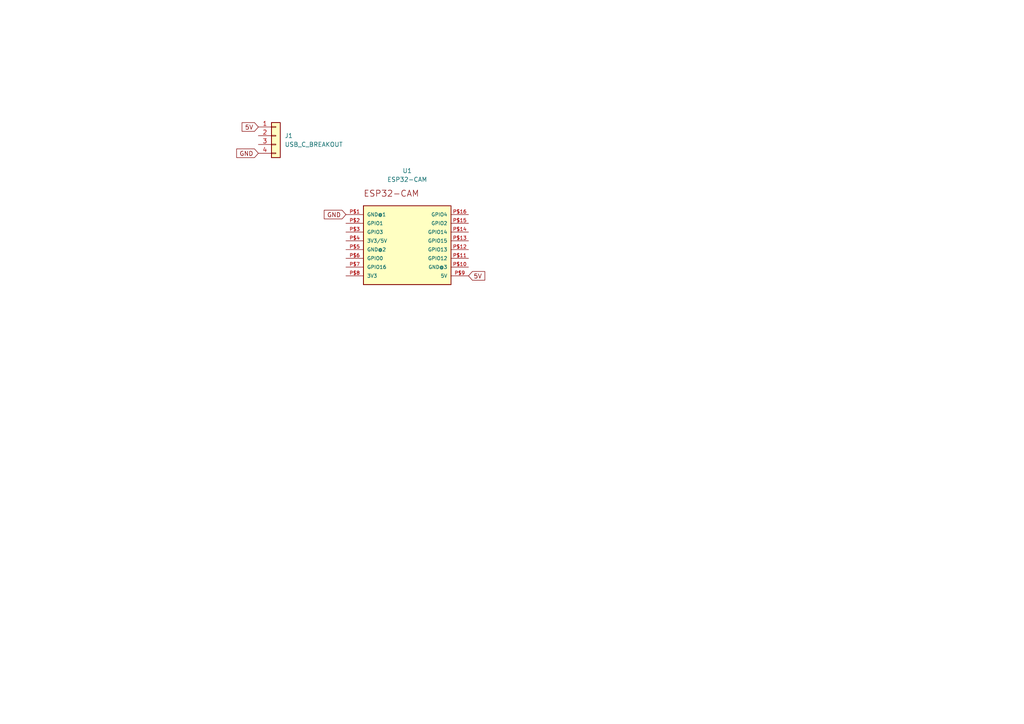
<source format=kicad_sch>
(kicad_sch (version 20231120) (generator "eeschema") (generator_version "8.0")
  (paper "A4")
  (lib_symbols
    (symbol "Connector_Generic:Conn_01x04" (pin_names (offset 1.016) hide)
      (property "Reference" "J" (at 0 5.08 0))
      (property "Value" "Conn_01x04" (at 0 -7.62 0))
      (symbol "Conn_01x04_1_1"
        (rectangle (start -1.27 -4.953) (end 0 -5.207) (stroke (width 0.1524)))
        (rectangle (start -1.27 -2.413) (end 0 -2.667) (stroke (width 0.1524)))
        (rectangle (start -1.27 0.127) (end 0 -0.127) (stroke (width 0.1524)))
        (rectangle (start -1.27 2.667) (end 0 2.413) (stroke (width 0.1524)))
        (rectangle (start -1.27 3.81) (end 1.27 -6.35) (stroke (width 0.254)) (fill (type background)))
        (pin passive line (at -5.08 2.54 0) (length 3.81) (name "Pin_1") (number "1"))
        (pin passive line (at -5.08 0 0) (length 3.81) (name "Pin_2") (number "2"))
        (pin passive line (at -5.08 -2.54 0) (length 3.81) (name "Pin_3") (number "3"))
        (pin passive line (at -5.08 -5.08 0) (length 3.81) (name "Pin_4") (number "4"))
      )
    )
    (symbol "ESP32-CAM:ESP32-CAM" (pin_names (offset 1.016))
      (property "Reference" "U" (at 0 0 0))
      (property "Value" "ESP32-CAM" (at 0 0 0))
      (symbol "ESP32-CAM_0_0"
        (rectangle (start -12.7 -10.16) (end 12.7 12.7) (stroke (width 0.254)) (fill (type background)))
        (text "ESP32-CAM" (at -12.7 15.24 0) (effects (font (size 1.778 1.778)) (justify left bottom)))
        (pin bidirectional line (at -17.78 10.16 0) (length 5.08) (name "GND@1") (number "P$1"))
        (pin bidirectional line (at 17.78 -5.08 180) (length 5.08) (name "GND@3") (number "P$10"))
        (pin bidirectional line (at 17.78 -2.54 180) (length 5.08) (name "GPIO12") (number "P$11"))
        (pin bidirectional line (at 17.78 0 180) (length 5.08) (name "GPIO13") (number "P$12"))
        (pin bidirectional line (at 17.78 2.54 180) (length 5.08) (name "GPIO15") (number "P$13"))
        (pin bidirectional line (at 17.78 5.08 180) (length 5.08) (name "GPIO14") (number "P$14"))
        (pin bidirectional line (at 17.78 7.62 180) (length 5.08) (name "GPIO2") (number "P$15"))
        (pin bidirectional line (at 17.78 10.16 180) (length 5.08) (name "GPIO4") (number "P$16"))
        (pin bidirectional line (at -17.78 7.62 0) (length 5.08) (name "GPIO1") (number "P$2"))
        (pin bidirectional line (at -17.78 5.08 0) (length 5.08) (name "GPIO3") (number "P$3"))
        (pin bidirectional line (at -17.78 2.54 0) (length 5.08) (name "3V3/5V") (number "P$4"))
        (pin bidirectional line (at -17.78 0 0) (length 5.08) (name "GND@2") (number "P$5"))
        (pin bidirectional line (at -17.78 -2.54 0) (length 5.08) (name "GPIO0") (number "P$6"))
        (pin bidirectional line (at -17.78 -5.08 0) (length 5.08) (name "GPIO16") (number "P$7"))
        (pin bidirectional line (at -17.78 -7.62 0) (length 5.08) (name "3V3") (number "P$8"))
        (pin bidirectional line (at 17.78 -7.62 180) (length 5.08) (name "5V") (number "P$9"))
      )
    )
  )
  (global_label "5V" (shape input) (at 135.89 80.01 0) (property "Intersheetrefs" "${INTERSHEET_REFS}" (effects (hide yes))))
  (global_label "GND" (shape input) (at 100.33 62.23 180) (property "Intersheetrefs" "${INTERSHEET_REFS}" (effects (hide yes))))
  (global_label "5V" (shape input) (at 74.93 36.83 180) (property "Intersheetrefs" "${INTERSHEET_REFS}" (effects (hide yes))))
  (global_label "GND" (shape input) (at 74.93 44.45 180) (property "Intersheetrefs" "${INTERSHEET_REFS}" (effects (hide yes))))
  (symbol (lib_id "Connector_Generic:Conn_01x04") (at 80.01 39.37 0) (unit 1)
    (property "Reference" "J1" (at 82.55 39.3699 0) (effects (justify left)))
    (property "Value" "USB_C_BREAKOUT" (at 82.55 41.9099 0) (effects (justify left)))
    (property "Footprint" "Connector_PinHeader_2.54mm:PinHeader_1x04_P2.54mm_Vertical" (effects (hide yes)))
    (property "Description" "Generic connector, single row, 01x04, script generated (kicad-library-utils/schlib/autogen/connector/)" (effects (hide yes)))
  )
  (symbol (lib_id "ESP32-CAM:ESP32-CAM") (at 118.11 72.39 0) (unit 1)
    (property "Reference" "U1" (at 118.11 49.53 0))
    (property "Value" "ESP32-CAM" (at 118.11 52.07 0))
    (property "Footprint" "ESP32-CAM:ESP32-CAM" (effects (hide yes)))
    (property "MF" "AI-Thinker" (effects (hide yes)))
    (property "Description_1" "\n                        \n                            ESP32 ESP32 Transceiver; 802.11 a/b/g/n (Wi-Fi, WiFi, WLAN), Bluetooth® Smart 4.x Low Energy (BLE) Evaluation Board\n                        \n" (effects (hide yes)))
    (property "Package" "None" (effects (hide yes)))
    (property "Price" "None" (effects (hide yes)))
    (property "SnapEDA_Link" "https://www.snapeda.com/parts/ESP32-CAM/AI-Thinker/view-part/?ref=snap" (effects (hide yes)))
    (property "MP" "ESP32-CAM" (effects (hide yes)))
    (property "Availability" "Not in stock" (effects (hide yes)))
    (property "Check_prices" "https://www.snapeda.com/parts/ESP32-CAM/AI-Thinker/view-part/?ref=eda" (effects (hide yes)))
  )
)
</source>
